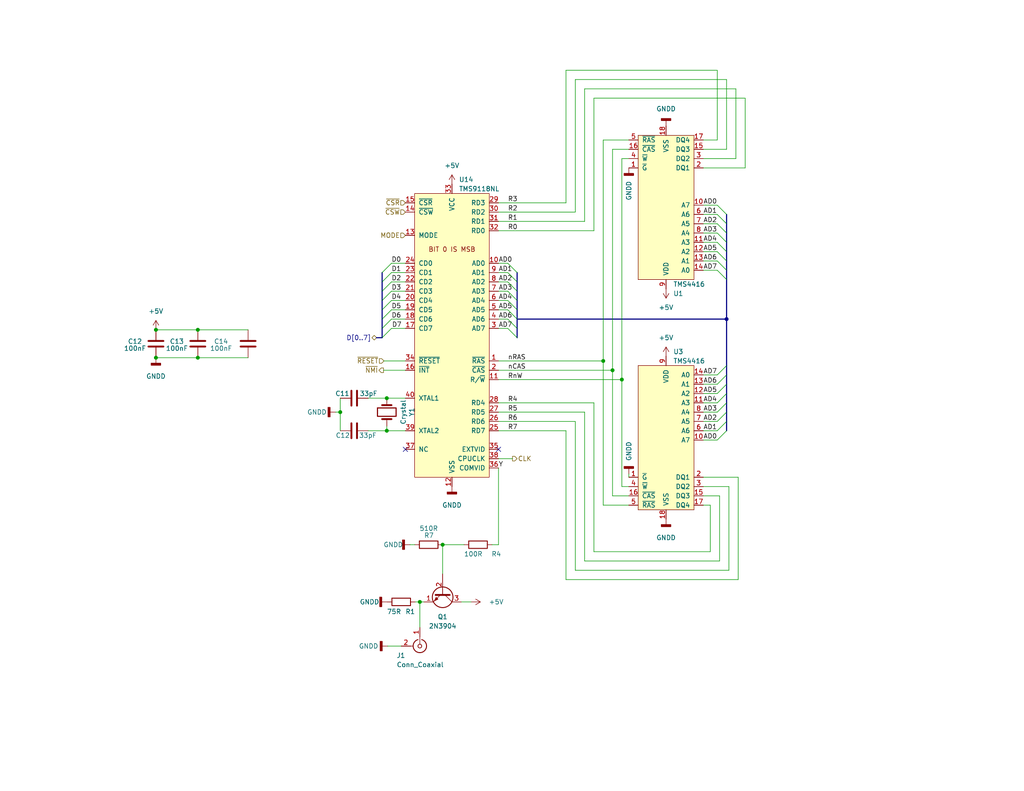
<source format=kicad_sch>
(kicad_sch (version 20230121) (generator eeschema)
  (paper "USLetter")
  (title_block (title "Righteous Tentacle, Colecovision Reverse Engineering Project") (date "2023-06-18") (rev "1.0.0.F") (company "sparkletron") (comment 1 "Jay Convertino") (comment 2 "MIT LICENSE") (comment 3 "PCB: 75743 REV F"))
  (lib_symbols
    (symbol "+5V_1" (power) (pin_names (offset 0))
      (property "Value" "+5V_1" (at 0 3.556 0))
      (symbol "+5V_1_0_1"
        (polyline (pts (xy -0.762 1.27) (xy 0 2.54)))
        (polyline (pts (xy 0 0) (xy 0 2.54)))
        (polyline (pts (xy 0 2.54) (xy 0.762 1.27)))
      )
      (symbol "+5V_1_1_1"
        (pin power_in line (at 0 0 90) (length 0) hide (name "+5V") (number "1"))
      )
    )
    (symbol "Connector:Conn_Coaxial" (pin_names (offset 1.016) hide)
      (property "Reference" "J" (at 0.254 3.048 0))
      (property "Value" "Conn_Coaxial" (at 2.921 0 90))
      (symbol "Conn_Coaxial_0_1"
        (arc (start -1.778 -0.508) (mid 0.2311 -1.8066) (end 1.778 0) (stroke (width 0.254)))
        (polyline (pts (xy -2.54 0) (xy -0.508 0)))
        (polyline (pts (xy 0 -2.54) (xy 0 -1.778)))
        (circle (center 0 0) (radius 0.508) (stroke (width 0.2032)))
        (arc (start 1.778 0) (mid 0.2099 1.8101) (end -1.778 0.508) (stroke (width 0.254)))
      )
      (symbol "Conn_Coaxial_1_1"
        (pin passive line (at -5.08 0 0) (length 2.54) (name "In") (number "1"))
        (pin passive line (at 0 -5.08 90) (length 2.54) (name "Ext") (number "2"))
      )
    )
    (symbol "Device:C" (pin_numbers hide) (pin_names (offset 0.254))
      (property "Reference" "C" (at 0.635 2.54 0))
      (property "Value" "C" (at 0.635 -2.54 0))
      (symbol "C_0_1"
        (polyline (pts (xy -2.032 -0.762) (xy 2.032 -0.762)) (stroke (width 0.508)))
        (polyline (pts (xy -2.032 0.762) (xy 2.032 0.762)) (stroke (width 0.508)))
      )
      (symbol "C_1_1"
        (pin passive line (at 0 3.81 270) (length 2.794) (name "~") (number "1"))
        (pin passive line (at 0 -3.81 90) (length 2.794) (name "~") (number "2"))
      )
    )
    (symbol "Device:Crystal" (pin_numbers hide) (pin_names (offset 1.016) hide)
      (property "Reference" "Y" (at 0 3.81 0))
      (property "Value" "Crystal" (at 0 -3.81 0))
      (symbol "Crystal_0_1"
        (rectangle (start -1.143 2.54) (end 1.143 -2.54) (stroke (width 0.3048)))
        (polyline (pts (xy -2.54 0) (xy -1.905 0)))
        (polyline (pts (xy -1.905 -1.27) (xy -1.905 1.27)) (stroke (width 0.508)))
        (polyline (pts (xy 1.905 -1.27) (xy 1.905 1.27)) (stroke (width 0.508)))
        (polyline (pts (xy 2.54 0) (xy 1.905 0)))
      )
      (symbol "Crystal_1_1"
        (pin passive line (at -3.81 0 0) (length 1.27) (name "1") (number "1"))
        (pin passive line (at 3.81 0 180) (length 1.27) (name "2") (number "2"))
      )
    )
    (symbol "Device:R" (pin_numbers hide) (pin_names (offset 0))
      (property "Reference" "R" (at 2.032 0 90))
      (property "Value" "R" (at 0 0 90))
      (symbol "R_0_1"
        (rectangle (start -1.016 -2.54) (end 1.016 2.54) (stroke (width 0.254)))
      )
      (symbol "R_1_1"
        (pin passive line (at 0 3.81 270) (length 1.27) (name "~") (number "1"))
        (pin passive line (at 0 -3.81 90) (length 1.27) (name "~") (number "2"))
      )
    )
    (symbol "Transistor_BJT:2N3904" (pin_names (offset 0) hide)
      (property "Reference" "Q" (at 5.08 1.905 0))
      (property "Value" "2N3904" (at 5.08 0 0))
      (symbol "2N3904_0_1"
        (polyline (pts (xy 0.635 0.635) (xy 2.54 2.54)))
        (polyline (pts (xy 0.635 -0.635) (xy 2.54 -2.54) (xy 2.54 -2.54)))
        (polyline (pts (xy 0.635 1.905) (xy 0.635 -1.905) (xy 0.635 -1.905)) (stroke (width 0.508)))
        (polyline (pts (xy 1.27 -1.778) (xy 1.778 -1.27) (xy 2.286 -2.286) (xy 1.27 -1.778) (xy 1.27 -1.778)) (fill (type outline)))
        (circle (center 1.27 0) (radius 2.8194) (stroke (width 0.254)))
      )
      (symbol "2N3904_1_1"
        (pin passive line (at 2.54 -5.08 90) (length 2.54) (name "E") (number "1"))
        (pin passive line (at -5.08 0 0) (length 5.715) (name "B") (number "2"))
        (pin passive line (at 2.54 5.08 270) (length 2.54) (name "C") (number "3"))
      )
    )
    (symbol "Vintage_RAM:TMS4416" (pin_names (offset 1.016))
      (property "Reference" "U" (at 1.27 7.62 0))
      (property "Value" "TMS4416" (at 5.08 5.08 0))
      (symbol "TMS4416_0_1"
        (rectangle (start -7.62 3.81) (end 7.62 -35.56) (fill (type background)))
      )
      (symbol "TMS4416_1_1"
        (pin input line (at -10.16 -26.67 0) (length 2.54) (name "~{G}") (number "1"))
        (pin input line (at 10.16 -16.51 180) (length 2.54) (name "A7") (number "10"))
        (pin input line (at 10.16 -6.35 180) (length 2.54) (name "A3") (number "11"))
        (pin input line (at 10.16 -3.81 180) (length 2.54) (name "A2") (number "12"))
        (pin input line (at 10.16 -1.27 180) (length 2.54) (name "A1") (number "13"))
        (pin input line (at 10.16 1.27 180) (length 2.54) (name "A0") (number "14"))
        (pin bidirectional line (at 10.16 -31.75 180) (length 2.54) (name "DQ3") (number "15"))
        (pin input line (at -10.16 -31.75 0) (length 2.54) (name "~{CAS}") (number "16"))
        (pin bidirectional line (at 10.16 -34.29 180) (length 2.54) (name "DQ4") (number "17"))
        (pin power_in line (at 0 -38.1 90) (length 2.54) (name "VSS") (number "18"))
        (pin bidirectional line (at 10.16 -26.67 180) (length 2.54) (name "DQ1") (number "2"))
        (pin bidirectional line (at 10.16 -29.21 180) (length 2.54) (name "DQ2") (number "3"))
        (pin input line (at -10.16 -29.21 0) (length 2.54) (name "~{W}") (number "4"))
        (pin input line (at -10.16 -34.29 0) (length 2.54) (name "~{RAS}") (number "5"))
        (pin input line (at 10.16 -13.97 180) (length 2.54) (name "A6") (number "6"))
        (pin input line (at 10.16 -11.43 180) (length 2.54) (name "A5") (number "7"))
        (pin input line (at 10.16 -8.89 180) (length 2.54) (name "A4") (number "8"))
        (pin power_in line (at 0 6.35 270) (length 2.54) (name "VDD") (number "9"))
      )
    )
    (symbol "Vintage_VDP:TMS9118NL" (pin_names (offset 1.016))
      (property "Reference" "U" (at 6.35 11.43 0))
      (property "Value" "TMS9118NL" (at 10.16 8.89 0))
      (symbol "TMS9118NL_0_0"
        (text "BIT 0 IS MSB" (at 0 -7.62 0) (effects (font (size 1.27 1.27))))
      )
      (symbol "TMS9118NL_0_1"
        (rectangle (start -10.16 7.62) (end 10.16 -69.85) (fill (type background)))
      )
      (symbol "TMS9118NL_1_1"
        (pin output line (at 12.7 -38.1 180) (length 2.54) (name "~{RAS}") (number "1"))
        (pin output line (at 12.7 -11.43 180) (length 2.54) (name "AD0") (number "10"))
        (pin output line (at 12.7 -43.18 180) (length 2.54) (name "R/~{W}") (number "11"))
        (pin power_in line (at 0 -72.39 90) (length 2.54) (name "VSS") (number "12"))
        (pin input line (at -12.7 -3.81 0) (length 2.54) (name "MODE") (number "13"))
        (pin input line (at -12.7 2.54 0) (length 2.54) (name "~{CSW}") (number "14"))
        (pin input line (at -12.7 5.08 0) (length 2.54) (name "~{CSR}") (number "15"))
        (pin output line (at -12.7 -40.64 0) (length 2.54) (name "~{INT}") (number "16"))
        (pin bidirectional line (at -12.7 -29.21 0) (length 2.54) (name "CD7") (number "17"))
        (pin bidirectional line (at -12.7 -26.67 0) (length 2.54) (name "CD6") (number "18"))
        (pin bidirectional line (at -12.7 -24.13 0) (length 2.54) (name "CD5") (number "19"))
        (pin output line (at 12.7 -40.64 180) (length 2.54) (name "~{CAS}") (number "2"))
        (pin bidirectional line (at -12.7 -21.59 0) (length 2.54) (name "CD4") (number "20"))
        (pin bidirectional line (at -12.7 -19.05 0) (length 2.54) (name "CD3") (number "21"))
        (pin bidirectional line (at -12.7 -16.51 0) (length 2.54) (name "CD2") (number "22"))
        (pin bidirectional line (at -12.7 -13.97 0) (length 2.54) (name "CD1") (number "23"))
        (pin bidirectional line (at -12.7 -11.43 0) (length 2.54) (name "CD0") (number "24"))
        (pin output line (at 12.7 -57.15 180) (length 2.54) (name "RD7") (number "25"))
        (pin output line (at 12.7 -54.61 180) (length 2.54) (name "RD6") (number "26"))
        (pin output line (at 12.7 -52.07 180) (length 2.54) (name "RD5") (number "27"))
        (pin output line (at 12.7 -49.53 180) (length 2.54) (name "RD4") (number "28"))
        (pin bidirectional line (at 12.7 5.08 180) (length 2.54) (name "RD3") (number "29"))
        (pin output line (at 12.7 -29.21 180) (length 2.54) (name "AD7") (number "3"))
        (pin bidirectional line (at 12.7 2.54 180) (length 2.54) (name "RD2") (number "30"))
        (pin bidirectional line (at 12.7 0 180) (length 2.54) (name "RD1") (number "31"))
        (pin bidirectional line (at 12.7 -2.54 180) (length 2.54) (name "RD0") (number "32"))
        (pin power_in line (at 0 10.16 270) (length 2.54) (name "VCC") (number "33"))
        (pin input line (at -12.7 -38.1 0) (length 2.54) (name "~{RESET}") (number "34"))
        (pin output line (at 12.7 -62.23 180) (length 2.54) (name "EXTVID") (number "35"))
        (pin output line (at 12.7 -67.31 180) (length 2.54) (name "COMVID") (number "36"))
        (pin output line (at -12.7 -62.23 0) (length 2.54) (name "NC") (number "37"))
        (pin output line (at 12.7 -64.77 180) (length 2.54) (name "CPUCLK") (number "38"))
        (pin bidirectional line (at -12.7 -57.15 0) (length 2.54) (name "XTAL2") (number "39"))
        (pin output line (at 12.7 -26.67 180) (length 2.54) (name "AD6") (number "4"))
        (pin input line (at -12.7 -48.26 0) (length 2.54) (name "XTAL1") (number "40"))
        (pin output line (at 12.7 -24.13 180) (length 2.54) (name "AD5") (number "5"))
        (pin output line (at 12.7 -21.59 180) (length 2.54) (name "AD4") (number "6"))
        (pin output line (at 12.7 -19.05 180) (length 2.54) (name "AD3") (number "7"))
        (pin output line (at 12.7 -16.51 180) (length 2.54) (name "AD2") (number "8"))
        (pin output line (at 12.7 -13.97 180) (length 2.54) (name "AD1") (number "9"))
      )
    )
    (symbol "power:+5V" (power) (pin_names (offset 0))
      (property "Value" "+5V" (at 0 3.556 0))
      (symbol "+5V_0_1"
        (polyline (pts (xy -0.762 1.27) (xy 0 2.54)))
        (polyline (pts (xy 0 0) (xy 0 2.54)))
        (polyline (pts (xy 0 2.54) (xy 0.762 1.27)))
      )
      (symbol "+5V_1_1"
        (pin power_in line (at 0 0 90) (length 0) hide (name "+5V") (number "1"))
      )
    )
    (symbol "power:GNDD" (power) (pin_names (offset 0))
      (property "Value" "GNDD" (at 0 -3.175 0))
      (symbol "GNDD_0_1"
        (rectangle (start -1.27 -1.524) (end 1.27 -2.032) (stroke (width 0.254)) (fill (type outline)))
        (polyline (pts (xy 0 0) (xy 0 -1.524)))
      )
      (symbol "GNDD_1_1"
        (pin power_in line (at 0 0 270) (length 0) hide (name "GNDD") (number "1"))
      )
    )
  )
  (junction (at 114.554 164.338))
  (junction (at 53.975 90.043))
  (junction (at 53.975 97.663))
  (junction (at 42.545 90.043))
  (junction (at 42.545 97.663))
  (junction (at 164.592 98.552))
  (junction (at 105.537 117.602))
  (junction (at 105.537 108.712))
  (junction (at 120.777 148.717))
  (junction (at 169.672 103.632))
  (junction (at 92.837 112.522))
  (junction (at 167.132 101.092))
  (junction (at 198.247 87.122))
  (no_connect (at 136.017 122.682))
  (no_connect (at 110.617 122.682))
  (bus_entry (at 195.707 104.902) (size 2.54 -2.54))
  (bus_entry (at 195.707 102.362) (size 2.54 -2.54))
  (bus_entry (at 195.707 71.247) (size 2.54 2.54))
  (bus_entry (at 195.707 56.007) (size 2.54 2.54))
  (bus_entry (at 195.707 66.167) (size 2.54 2.54))
  (bus_entry (at 195.707 117.602) (size 2.54 -2.54))
  (bus_entry (at 195.707 112.522) (size 2.54 -2.54))
  (bus_entry (at 104.267 84.582) (size 2.54 -2.54))
  (bus_entry (at 195.707 58.547) (size 2.54 2.54))
  (bus_entry (at 138.557 82.042) (size 2.54 2.54))
  (bus_entry (at 104.267 76.962) (size 2.54 -2.54))
  (bus_entry (at 138.557 89.662) (size 2.54 2.54))
  (bus_entry (at 104.267 89.662) (size 2.54 -2.54))
  (bus_entry (at 195.707 120.142) (size 2.54 -2.54))
  (bus_entry (at 195.707 107.442) (size 2.54 -2.54))
  (bus_entry (at 195.707 109.982) (size 2.54 -2.54))
  (bus_entry (at 138.557 84.582) (size 2.54 2.54))
  (bus_entry (at 138.557 71.882) (size 2.54 2.54))
  (bus_entry (at 138.557 79.502) (size 2.54 2.54))
  (bus_entry (at 195.707 61.087) (size 2.54 2.54))
  (bus_entry (at 104.267 74.422) (size 2.54 -2.54))
  (bus_entry (at 195.707 115.062) (size 2.54 -2.54))
  (bus_entry (at 104.267 79.502) (size 2.54 -2.54))
  (bus_entry (at 195.707 63.627) (size 2.54 2.54))
  (bus_entry (at 195.707 68.707) (size 2.54 2.54))
  (bus_entry (at 195.707 73.787) (size 2.54 2.54))
  (bus_entry (at 138.557 76.962) (size 2.54 2.54))
  (bus_entry (at 104.267 92.202) (size 2.54 -2.54))
  (bus_entry (at 138.557 87.122) (size 2.54 2.54))
  (bus_entry (at 138.557 74.422) (size 2.54 2.54))
  (bus_entry (at 104.267 82.042) (size 2.54 -2.54))
  (bus_entry (at 104.267 87.122) (size 2.54 -2.54))
  (wire (pts (xy 200.787 43.307) (xy 191.897 43.307)))
  (wire (pts (xy 196.342 153.162) (xy 196.342 135.382)))
  (wire (pts (xy 203.327 26.797) (xy 203.327 45.847)))
  (wire (pts (xy 156.972 21.717) (xy 198.247 21.717)))
  (wire (pts (xy 203.327 45.847) (xy 191.897 45.847)))
  (bus (pts (xy 141.097 84.582) (xy 141.097 87.122)))
  (wire (pts (xy 114.554 164.338) (xy 114.554 171.323)))
  (wire (pts (xy 120.777 148.717) (xy 120.777 156.718)))
  (wire (pts (xy 162.052 150.622) (xy 193.802 150.622)))
  (wire (pts (xy 191.897 102.362) (xy 195.707 102.362)))
  (wire (pts (xy 164.592 38.227) (xy 171.577 38.227)))
  (bus (pts (xy 104.267 82.042) (xy 104.267 84.582)))
  (bus (pts (xy 198.247 87.122) (xy 198.247 99.822)))
  (wire (pts (xy 42.545 97.663) (xy 53.975 97.663)))
  (bus (pts (xy 198.247 102.362) (xy 198.247 104.902)))
  (wire (pts (xy 156.972 57.912) (xy 156.972 21.717)))
  (wire (pts (xy 113.284 164.338) (xy 114.554 164.338)))
  (bus (pts (xy 198.247 73.787) (xy 198.247 76.327)))
  (bus (pts (xy 198.247 99.822) (xy 198.247 102.362)))
  (wire (pts (xy 106.807 76.962) (xy 110.617 76.962)))
  (wire (pts (xy 156.972 115.062) (xy 156.972 155.702)))
  (bus (pts (xy 104.267 84.582) (xy 104.267 87.122)))
  (wire (pts (xy 164.592 137.922) (xy 171.577 137.922)))
  (wire (pts (xy 198.247 21.717) (xy 198.247 40.767)))
  (wire (pts (xy 136.017 148.717) (xy 136.017 127.762)))
  (bus (pts (xy 198.247 68.707) (xy 198.247 71.247)))
  (wire (pts (xy 159.512 112.522) (xy 159.512 153.162)))
  (wire (pts (xy 191.897 107.442) (xy 195.707 107.442)))
  (wire (pts (xy 154.432 19.177) (xy 195.707 19.177)))
  (wire (pts (xy 105.537 108.712) (xy 110.617 108.712)))
  (bus (pts (xy 198.247 115.062) (xy 198.247 117.602)))
  (wire (pts (xy 114.554 164.338) (xy 115.697 164.338)))
  (wire (pts (xy 136.017 62.992) (xy 162.052 62.992)))
  (wire (pts (xy 169.672 132.842) (xy 171.577 132.842)))
  (wire (pts (xy 193.802 137.922) (xy 191.897 137.922)))
  (wire (pts (xy 196.342 135.382) (xy 191.897 135.382)))
  (wire (pts (xy 191.897 115.062) (xy 195.707 115.062)))
  (bus (pts (xy 198.247 66.167) (xy 198.247 68.707)))
  (bus (pts (xy 141.097 87.122) (xy 198.247 87.122)))
  (wire (pts (xy 191.897 104.902) (xy 195.707 104.902)))
  (bus (pts (xy 198.247 63.627) (xy 198.247 66.167)))
  (wire (pts (xy 138.557 71.882) (xy 136.017 71.882)))
  (wire (pts (xy 139.827 125.222) (xy 136.017 125.222)))
  (bus (pts (xy 141.097 87.122) (xy 141.097 89.662)))
  (wire (pts (xy 42.545 90.043) (xy 53.975 90.043)))
  (wire (pts (xy 198.882 132.842) (xy 191.897 132.842)))
  (wire (pts (xy 120.777 148.717) (xy 126.619 148.717)))
  (wire (pts (xy 105.537 117.602) (xy 110.617 117.602)))
  (wire (pts (xy 191.897 61.087) (xy 195.707 61.087)))
  (wire (pts (xy 169.672 103.632) (xy 169.672 43.307)))
  (wire (pts (xy 191.897 68.707) (xy 195.707 68.707)))
  (wire (pts (xy 104.648 101.092) (xy 110.617 101.092)))
  (wire (pts (xy 169.672 103.632) (xy 169.672 132.842)))
  (wire (pts (xy 191.897 120.142) (xy 195.707 120.142)))
  (bus (pts (xy 141.097 74.422) (xy 141.097 76.962)))
  (bus (pts (xy 198.247 61.087) (xy 198.247 63.627)))
  (bus (pts (xy 198.247 107.442) (xy 198.247 109.982)))
  (wire (pts (xy 91.567 112.522) (xy 92.837 112.522)))
  (wire (pts (xy 154.432 158.242) (xy 201.422 158.242)))
  (wire (pts (xy 92.837 112.522) (xy 92.837 117.602)))
  (wire (pts (xy 53.975 90.043) (xy 67.691 90.043)))
  (bus (pts (xy 198.247 112.522) (xy 198.247 115.062)))
  (wire (pts (xy 167.132 101.092) (xy 167.132 135.382)))
  (wire (pts (xy 162.052 109.982) (xy 162.052 150.622)))
  (wire (pts (xy 201.422 130.302) (xy 191.897 130.302)))
  (bus (pts (xy 198.247 104.902) (xy 198.247 107.442)))
  (wire (pts (xy 136.017 115.062) (xy 156.972 115.062)))
  (wire (pts (xy 171.577 129.413) (xy 171.577 130.302)))
  (wire (pts (xy 159.512 60.452) (xy 159.512 24.257)))
  (wire (pts (xy 191.897 63.627) (xy 195.707 63.627)))
  (bus (pts (xy 104.267 76.962) (xy 104.267 79.502)))
  (wire (pts (xy 104.775 98.552) (xy 110.617 98.552)))
  (wire (pts (xy 136.017 98.552) (xy 164.592 98.552)))
  (wire (pts (xy 169.672 43.307) (xy 171.577 43.307)))
  (bus (pts (xy 102.743 92.202) (xy 104.267 92.202)))
  (wire (pts (xy 136.017 103.632) (xy 169.672 103.632)))
  (wire (pts (xy 136.017 112.522) (xy 159.512 112.522)))
  (bus (pts (xy 141.097 82.042) (xy 141.097 84.582)))
  (wire (pts (xy 164.592 98.552) (xy 164.592 38.227)))
  (bus (pts (xy 198.247 76.327) (xy 198.247 87.122)))
  (wire (pts (xy 191.897 58.547) (xy 195.707 58.547)))
  (bus (pts (xy 198.247 109.982) (xy 198.247 112.522)))
  (wire (pts (xy 106.807 89.662) (xy 110.617 89.662)))
  (wire (pts (xy 100.457 108.712) (xy 105.537 108.712)))
  (wire (pts (xy 138.557 82.042) (xy 136.017 82.042)))
  (wire (pts (xy 136.017 74.422) (xy 138.557 74.422)))
  (wire (pts (xy 198.247 40.767) (xy 191.897 40.767)))
  (wire (pts (xy 154.432 55.372) (xy 154.432 19.177)))
  (wire (pts (xy 106.807 71.882) (xy 110.617 71.882)))
  (wire (pts (xy 128.524 164.338) (xy 125.857 164.338)))
  (wire (pts (xy 136.017 89.662) (xy 138.557 89.662)))
  (wire (pts (xy 201.422 158.242) (xy 201.422 130.302)))
  (wire (pts (xy 159.512 24.257) (xy 200.787 24.257)))
  (wire (pts (xy 191.897 66.167) (xy 195.707 66.167)))
  (wire (pts (xy 195.707 19.177) (xy 195.707 38.227)))
  (wire (pts (xy 138.557 87.122) (xy 136.017 87.122)))
  (bus (pts (xy 104.267 74.422) (xy 104.267 76.962)))
  (wire (pts (xy 167.132 40.767) (xy 167.132 101.092)))
  (wire (pts (xy 110.617 79.502) (xy 106.807 79.502)))
  (wire (pts (xy 136.017 117.602) (xy 154.432 117.602)))
  (wire (pts (xy 191.897 73.787) (xy 195.707 73.787)))
  (wire (pts (xy 136.017 57.912) (xy 156.972 57.912)))
  (wire (pts (xy 138.557 76.962) (xy 136.017 76.962)))
  (wire (pts (xy 162.052 26.797) (xy 203.327 26.797)))
  (bus (pts (xy 141.097 76.962) (xy 141.097 79.502)))
  (wire (pts (xy 106.807 74.422) (xy 110.617 74.422)))
  (wire (pts (xy 136.017 55.372) (xy 154.432 55.372)))
  (wire (pts (xy 200.787 24.257) (xy 200.787 43.307)))
  (wire (pts (xy 136.017 79.502) (xy 138.557 79.502)))
  (wire (pts (xy 136.017 84.582) (xy 138.557 84.582)))
  (wire (pts (xy 136.017 60.452) (xy 159.512 60.452)))
  (wire (pts (xy 167.132 40.767) (xy 171.577 40.767)))
  (bus (pts (xy 141.097 79.502) (xy 141.097 82.042)))
  (wire (pts (xy 198.882 155.702) (xy 198.882 132.842)))
  (wire (pts (xy 110.617 87.122) (xy 106.807 87.122)))
  (wire (pts (xy 191.897 117.602) (xy 195.707 117.602)))
  (wire (pts (xy 53.975 97.663) (xy 67.691 97.663)))
  (wire (pts (xy 164.592 98.552) (xy 164.592 137.922)))
  (bus (pts (xy 104.267 79.502) (xy 104.267 82.042)))
  (wire (pts (xy 193.802 150.622) (xy 193.802 137.922)))
  (wire (pts (xy 191.897 71.247) (xy 195.707 71.247)))
  (wire (pts (xy 159.512 153.162) (xy 196.342 153.162)))
  (bus (pts (xy 198.247 71.247) (xy 198.247 73.787)))
  (wire (pts (xy 106.807 82.042) (xy 110.617 82.042)))
  (wire (pts (xy 105.537 116.332) (xy 105.537 117.602)))
  (bus (pts (xy 141.097 89.662) (xy 141.097 92.202)))
  (wire (pts (xy 136.017 101.092) (xy 167.132 101.092)))
  (wire (pts (xy 106.807 84.582) (xy 110.617 84.582)))
  (bus (pts (xy 104.267 87.122) (xy 104.267 89.662)))
  (wire (pts (xy 191.897 56.007) (xy 195.707 56.007)))
  (wire (pts (xy 167.132 135.382) (xy 171.577 135.382)))
  (wire (pts (xy 191.897 112.522) (xy 195.707 112.522)))
  (wire (pts (xy 134.239 148.717) (xy 136.017 148.717)))
  (bus (pts (xy 198.247 58.547) (xy 198.247 61.087)))
  (wire (pts (xy 156.972 155.702) (xy 198.882 155.702)))
  (wire (pts (xy 92.837 108.712) (xy 92.837 112.522)))
  (wire (pts (xy 195.707 38.227) (xy 191.897 38.227)))
  (wire (pts (xy 154.432 117.602) (xy 154.432 158.242)))
  (wire (pts (xy 111.887 148.717) (xy 113.157 148.717)))
  (wire (pts (xy 105.791 176.403) (xy 109.474 176.403)))
  (wire (pts (xy 162.052 62.992) (xy 162.052 26.797)))
  (bus (pts (xy 104.267 89.662) (xy 104.267 92.202)))
  (wire (pts (xy 162.052 109.982) (xy 136.017 109.982)))
  (wire (pts (xy 100.457 117.602) (xy 105.537 117.602)))
  (wire (pts (xy 191.897 109.982) (xy 195.707 109.982)))
  (label "AD3" (at 191.897 63.627 0))
  (label "AD3" (at 191.897 112.522 0))
  (label "R1" (at 138.557 60.452 0))
  (label "AD3" (at 136.017 79.502 0))
  (label "R7" (at 138.557 117.602 0))
  (label "AD7" (at 191.897 73.787 0))
  (label "D2" (at 106.807 76.962 0))
  (label "AD2" (at 191.897 61.087 0))
  (label "R6" (at 138.557 115.062 0))
  (label "D5" (at 106.807 84.582 0))
  (label "D1" (at 106.807 74.422 0))
  (label "D6" (at 106.807 87.122 0))
  (label "AD0" (at 136.017 71.882 0))
  (label "AD7" (at 136.017 89.662 0))
  (label "AD5" (at 191.897 68.707 0))
  (label "AD6" (at 191.897 104.902 0))
  (label "AD0" (at 191.897 120.142 0))
  (label "AD6" (at 136.017 87.122 0))
  (label "Y" (at 136.017 127.762 0))
  (label "AD1" (at 191.897 117.602 0))
  (label "AD2" (at 191.897 115.062 0))
  (label "AD4" (at 136.017 82.042 0))
  (label "RnW" (at 138.557 103.632 0))
  (label "D3" (at 106.807 79.502 0))
  (label "AD5" (at 136.017 84.582 0))
  (label "AD1" (at 191.897 58.547 0))
  (label "AD7" (at 191.897 102.362 0))
  (label "AD6" (at 191.897 71.247 0))
  (label "D0" (at 106.807 71.882 0))
  (label "nCAS" (at 138.557 101.092 0))
  (label "nRAS" (at 138.557 98.552 0))
  (label "R0" (at 138.557 62.992 0))
  (label "AD2" (at 136.017 76.962 0))
  (label "AD1" (at 136.017 74.422 0))
  (label "AD5" (at 191.897 107.442 0))
  (label "R4" (at 138.557 109.982 0))
  (label "AD4" (at 191.897 109.982 0))
  (label "R2" (at 138.557 57.912 0))
  (label "D7" (at 106.934 89.662 0))
  (label "AD4" (at 191.897 66.167 0))
  (label "R3" (at 138.557 55.372 0))
  (label "AD0" (at 191.897 56.007 0))
  (label "R5" (at 138.557 112.522 0))
  (label "D4" (at 106.807 82.042 0))
  (hierarchical_label "~{CSW}" (shape input) (at 110.617 57.912 180))
  (hierarchical_label "D[0..7]" (shape bidirectional) (at 102.743 92.202 180))
  (hierarchical_label "~{CSR}" (shape input) (at 110.617 55.372 180))
  (hierarchical_label "~{RESET}" (shape input) (at 104.775 98.552 180))
  (hierarchical_label "~{NMI}" (shape output) (at 104.648 101.092 180))
  (hierarchical_label "MODE" (shape input) (at 110.617 64.262 180))
  (hierarchical_label "CLK" (shape output) (at 139.827 125.222 0))
  (symbol (lib_id "Transistor_BJT:2N3904") (at 120.777 161.798 270) (unit 1)
    (property "Reference" "Q1" (at 120.777 168.402 90))
    (property "Value" "2N3904" (at 120.777 170.942 90))
    (property "Footprint" "Package_TO_SOT_THT:TO-92_Wide" (effects hide))
    (property "Datasheet" "https://www.onsemi.com/pub/Collateral/2N3903-D.PDF" (effects hide))
  )
  (symbol (lib_id "Vintage_VDP:TMS9118NL") (at 123.317 60.452 0) (unit 1)
    (property "Reference" "U14" (at 125.222 49.022 0) (effects (justify left)))
    (property "Value" "TMS9118NL" (at 125.222 51.562 0) (effects (justify left)))
    (property "Footprint" "Package_DIP:DIP-40_W15.24mm_LongPads" (effects hide))
    (instances (project "TMS9118" (path "" (reference "U14") (unit 1))) (project "coleco_original" (path "" (reference "U6") (unit 1))))
  )
  (symbol (lib_id "power:GNDD") (at 181.737 34.417 180) (unit 1)
    (property "Reference" "#PWR045" (effects hide))
    (property "Value" "GNDD" (at 181.737 29.718 0))
  )
  (symbol (lib_id "power:GNDD") (at 181.737 141.732 0) (unit 1)
    (property "Reference" "#PWR048" (effects hide))
    (property "Value" "GNDD" (at 181.737 146.812 0))
  )
  (symbol (lib_id "power:GNDD") (at 111.887 148.717 270) (unit 1)
    (property "Reference" "#PWR039" (effects hide))
    (property "Value" "GNDD" (at 109.982 148.717 90) (effects (justify right)))
  )
  (symbol (lib_id "power:GNDD") (at 91.567 112.522 270) (unit 1)
    (property "Reference" "#PWR036" (effects hide))
    (property "Value" "GNDD" (at 89.154 112.522 90) (effects (justify right)))
  )
  (symbol (lib_id "Device:Crystal") (at 105.537 112.522 270) (unit 1)
    (property "Reference" "Y1" (at 112.3442 112.522 0))
    (property "Value" "Crystal" (at 110.0328 112.522 0))
    (property "Footprint" "Crystal:Crystal_HC49-4H_Vertical" (effects hide))
  )
  (symbol (lib_id "Device:R") (at 116.967 148.717 270) (mirror x) (unit 1)
    (property "Reference" "R7" (at 115.697 146.177 90) (effects (justify left)))
    (property "Value" "510R" (at 114.427 144.272 90) (effects (justify left)))
    (property "Footprint" "Resistor_THT:R_Axial_DIN0207_L6.3mm_D2.5mm_P7.62mm_Horizontal" (effects hide))
    (instances (project "TMS9118" (path "" (reference "R7") (unit 1))) (project "coleco_original" (path "" (reference "R11") (unit 1))))
  )
  (symbol (lib_id "Device:R") (at 130.429 148.717 90) (unit 1)
    (property "Reference" "R4" (at 136.779 151.257 90) (effects (justify left)))
    (property "Value" "100R" (at 131.699 151.257 90) (effects (justify left)))
    (property "Footprint" "Resistor_THT:R_Axial_DIN0207_L6.3mm_D2.5mm_P7.62mm_Horizontal" (effects hide))
    (instances (project "TMS9118" (path "" (reference "R4") (unit 1))) (project "coleco_original" (path "" (reference "R12") (unit 1))))
  )
  (symbol (lib_id "power:GNDD") (at 171.577 45.847 0) (unit 1)
    (property "Reference" "#PWR043" (effects hide))
    (property "Value" "GNDD" (at 171.577 52.07 90))
  )
  (symbol (lib_name "+5V_1") (lib_id "power:+5V") (at 128.524 164.338 270) (unit 1)
    (property "Reference" "#PWR042" (effects hide))
    (property "Value" "+5V" (at 133.35 164.338 90) (effects (justify left)))
  )
  (symbol (lib_name "+5V_1") (lib_id "power:+5V") (at 123.317 50.292 0) (unit 1)
    (property "Reference" "#PWR040" (effects hide))
    (property "Value" "+5V" (at 123.317 45.212 0))
  )
  (symbol (lib_id "Device:C") (at 67.691 93.853 0) (unit 1)
    (property "Reference" "C14" (at 60.325 93.218 0))
    (property "Value" "100nF" (at 60.325 95.123 0))
    (property "Footprint" "Capacitor_THT:C_Disc_D7.0mm_W2.5mm_P5.00mm" (effects hide))
  )
  (symbol (lib_id "power:+5V") (at 42.545 90.043 0) (unit 1)
    (property "Reference" "#PWR034" (effects hide))
    (property "Value" "+5V" (at 42.545 84.963 0))
  )
  (symbol (lib_id "Device:R") (at 109.474 164.338 90) (unit 1)
    (property "Reference" "R1" (at 113.284 167.005 90) (effects (justify left)))
    (property "Value" "75R" (at 109.474 167.005 90) (effects (justify left)))
    (property "Footprint" "Resistor_THT:R_Axial_DIN0207_L6.3mm_D2.5mm_P7.62mm_Horizontal" (effects hide))
    (instances (project "TMS9118" (path "" (reference "R1") (unit 1))) (project "coleco_original" (path "" (reference "R10") (unit 1))))
  )
  (symbol (lib_id "Vintage_RAM:TMS4416") (at 181.737 103.632 0) (unit 1)
    (property "Reference" "U3" (at 183.6929 96.012 0) (effects (justify left)))
    (property "Value" "TMS4416" (at 183.6929 98.552 0) (effects (justify left)))
    (property "Footprint" "Package_DIP:DIP-18_W7.62mm_LongPads" (effects hide))
    (instances (project "TMS9118" (path "" (reference "U3") (unit 1))) (project "coleco_original" (path "" (reference "U8") (unit 1))))
  )
  (symbol (lib_id "Vintage_RAM:TMS4416") (at 181.737 72.517 0) (mirror x) (unit 1)
    (property "Reference" "U1" (at 183.6929 80.137 0) (effects (justify left)))
    (property "Value" "TMS4416" (at 183.6929 77.597 0) (effects (justify left)))
    (property "Footprint" "Package_DIP:DIP-18_W7.62mm_LongPads" (effects hide))
    (instances (project "TMS9118" (path "" (reference "U1") (unit 1))) (project "coleco_original" (path "" (reference "U7") (unit 1))))
  )
  (symbol (lib_id "power:GNDD") (at 171.577 129.413 180) (unit 1)
    (property "Reference" "#PWR044" (effects hide))
    (property "Value" "GNDD" (at 171.577 123.19 90))
  )
  (symbol (lib_name "+5V_1") (lib_id "power:+5V") (at 181.737 97.282 0) (unit 1)
    (property "Reference" "#PWR047" (effects hide))
    (property "Value" "+5V" (at 181.737 92.202 0))
  )
  (symbol (lib_id "Device:C") (at 96.647 108.712 90) (unit 1)
    (property "Reference" "C11" (at 95.377 107.442 90) (effects (justify left)))
    (property "Value" "33pF" (at 102.997 107.442 90) (effects (justify left)))
    (property "Footprint" "Capacitor_THT:C_Disc_D3.0mm_W1.6mm_P2.50mm" (effects hide))
    (instances (project "TMS9118" (path "" (reference "C11") (unit 1))) (project "coleco_original" (path "" (reference "C15") (unit 1))))
  )
  (symbol (lib_id "power:GNDD") (at 105.664 164.338 270) (unit 1)
    (property "Reference" "#PWR037" (effects hide))
    (property "Value" "GNDD" (at 103.505 164.338 90) (effects (justify right)))
  )
  (symbol (lib_id "power:GNDD") (at 42.545 97.663 0) (unit 1)
    (property "Reference" "#PWR035" (effects hide))
    (property "Value" "GNDD" (at 42.545 102.743 0))
  )
  (symbol (lib_id "Device:C") (at 42.545 93.853 0) (unit 1)
    (property "Reference" "C12" (at 36.83 93.218 0))
    (property "Value" "100nF" (at 36.83 95.123 0))
    (property "Footprint" "Capacitor_THT:C_Disc_D7.0mm_W2.5mm_P5.00mm" (effects hide))
  )
  (symbol (lib_id "power:GNDD") (at 105.791 176.403 270) (unit 1)
    (property "Reference" "#PWR038" (effects hide))
    (property "Value" "GNDD" (at 103.251 176.403 90) (effects (justify right)))
  )
  (symbol (lib_id "Connector:Conn_Coaxial") (at 114.554 176.403 270) (unit 1)
    (property "Reference" "J1" (at 108.204 178.943 90) (effects (justify left)))
    (property "Value" "Conn_Coaxial" (at 108.204 181.483 90) (effects (justify left)))
    (property "Footprint" "Connector_Molex:Molex_KK-254_AE-6410-02A_1x02_P2.54mm_Vertical" (effects hide))
    (property "Datasheet" " ~" (effects hide))
    (instances (project "TMS9118" (path "" (reference "J1") (unit 1))) (project "coleco_original" (path "" (reference "J3") (unit 1))))
  )
  (symbol (lib_id "Device:C") (at 96.647 117.602 270) (unit 1)
    (property "Reference" "C12" (at 91.567 118.872 90) (effects (justify left)))
    (property "Value" "33pF" (at 97.917 118.872 90) (effects (justify left)))
    (property "Footprint" "Capacitor_THT:C_Disc_D3.0mm_W1.6mm_P2.50mm" (effects hide))
    (instances (project "TMS9118" (path "" (reference "C12") (unit 1))) (project "coleco_original" (path "" (reference "C16") (unit 1))))
  )
  (symbol (lib_id "Device:C") (at 53.975 93.853 0) (unit 1)
    (property "Reference" "C13" (at 48.26 93.218 0))
    (property "Value" "100nF" (at 48.26 95.123 0))
    (property "Footprint" "Capacitor_THT:C_Disc_D7.0mm_W2.5mm_P5.00mm" (effects hide))
  )
  (symbol (lib_id "power:GNDD") (at 123.317 132.842 0) (unit 1)
    (property "Reference" "#PWR041" (effects hide))
    (property "Value" "GNDD" (at 123.317 137.922 0))
  )
  (symbol (lib_name "+5V_1") (lib_id "power:+5V") (at 181.737 78.867 180) (unit 1)
    (property "Reference" "#PWR046" (effects hide))
    (property "Value" "+5V" (at 181.737 83.947 0))
  )
)
</source>
